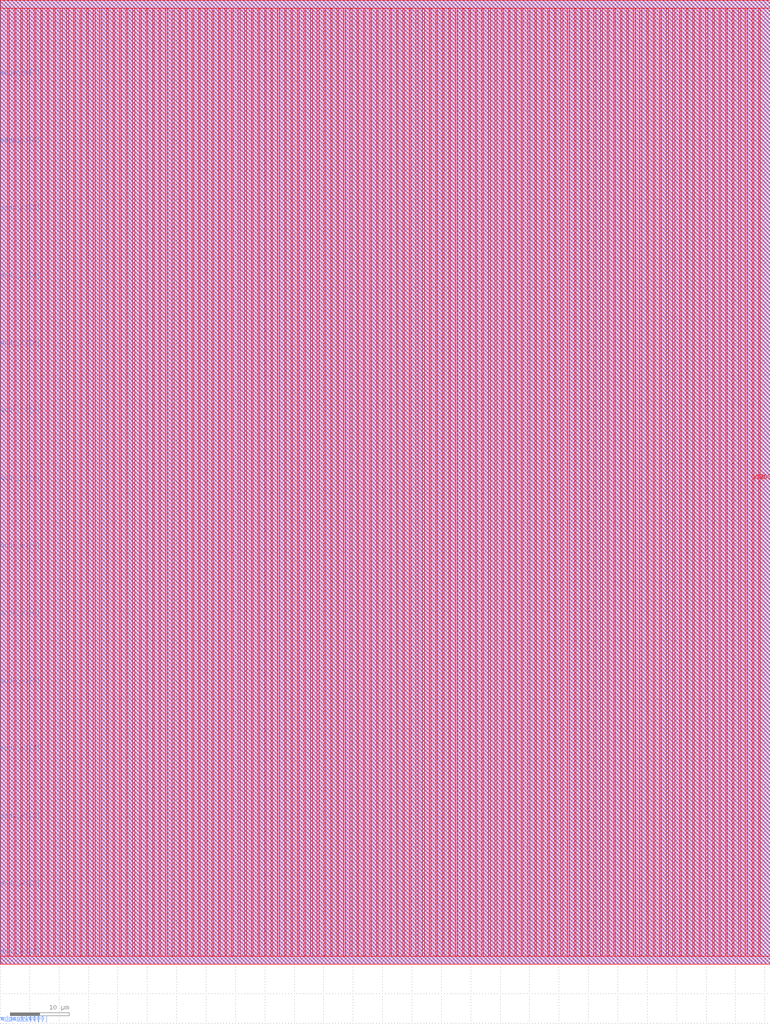
<source format=lef>
VERSION 5.7 ;
BUSBITCHARS "[]" ;
MACRO sram_1x256_1r1w
  FOREIGN sram_1x256_1r1w 0 0 ;
  SYMMETRY X Y R90 ;
  SIZE 130.910 BY 163.800 ;
  CLASS BLOCK ;
  PIN w_mask_w1[0]
    DIRECTION INPUT ;
    USE SIGNAL ;
    SHAPE ABUTMENT ;
    PORT
      LAYER metal3 ;
      RECT 0.000 -10.115 0.070 -10.045 ;
    END
  END w_mask_w1[0]
  PIN rd_out_r1[0]
    DIRECTION OUTPUT ;
    USE SIGNAL ;
    SHAPE ABUTMENT ;
    PORT
      LAYER metal3 ;
      RECT 0.000 -10.115 0.070 -10.045 ;
    END
  END rd_out_r1[0]
  PIN wd_in_w1[0]
    DIRECTION INPUT ;
    USE SIGNAL ;
    SHAPE ABUTMENT ;
    PORT
      LAYER metal3 ;
      RECT 0.000 -10.115 0.070 -10.045 ;
    END
  END wd_in_w1[0]
  PIN addr_w1[0]
    DIRECTION INPUT ;
    USE SIGNAL ;
    SHAPE ABUTMENT ;
    PORT
      LAYER metal3 ;
      RECT 0.000 -10.115 0.070 -10.045 ;
    END
  END addr_w1[0]
  PIN addr_w1[1]
    DIRECTION INPUT ;
    USE SIGNAL ;
    SHAPE ABUTMENT ;
    PORT
      LAYER metal3 ;
      RECT 0.000 1.365 0.070 1.435 ;
    END
  END addr_w1[1]
  PIN addr_w1[2]
    DIRECTION INPUT ;
    USE SIGNAL ;
    SHAPE ABUTMENT ;
    PORT
      LAYER metal3 ;
      RECT 0.000 12.845 0.070 12.915 ;
    END
  END addr_w1[2]
  PIN addr_w1[3]
    DIRECTION INPUT ;
    USE SIGNAL ;
    SHAPE ABUTMENT ;
    PORT
      LAYER metal3 ;
      RECT 0.000 24.325 0.070 24.395 ;
    END
  END addr_w1[3]
  PIN addr_w1[4]
    DIRECTION INPUT ;
    USE SIGNAL ;
    SHAPE ABUTMENT ;
    PORT
      LAYER metal3 ;
      RECT 0.000 35.805 0.070 35.875 ;
    END
  END addr_w1[4]
  PIN addr_w1[5]
    DIRECTION INPUT ;
    USE SIGNAL ;
    SHAPE ABUTMENT ;
    PORT
      LAYER metal3 ;
      RECT 0.000 47.285 0.070 47.355 ;
    END
  END addr_w1[5]
  PIN addr_w1[6]
    DIRECTION INPUT ;
    USE SIGNAL ;
    SHAPE ABUTMENT ;
    PORT
      LAYER metal3 ;
      RECT 0.000 58.765 0.070 58.835 ;
    END
  END addr_w1[6]
  PIN addr_w1[7]
    DIRECTION INPUT ;
    USE SIGNAL ;
    SHAPE ABUTMENT ;
    PORT
      LAYER metal3 ;
      RECT 0.000 70.245 0.070 70.315 ;
    END
  END addr_w1[7]
  PIN addr_r1[0]
    DIRECTION INPUT ;
    USE SIGNAL ;
    SHAPE ABUTMENT ;
    PORT
      LAYER metal3 ;
      RECT 0.000 70.245 0.070 70.315 ;
    END
  END addr_r1[0]
  PIN addr_r1[1]
    DIRECTION INPUT ;
    USE SIGNAL ;
    SHAPE ABUTMENT ;
    PORT
      LAYER metal3 ;
      RECT 0.000 81.725 0.070 81.795 ;
    END
  END addr_r1[1]
  PIN addr_r1[2]
    DIRECTION INPUT ;
    USE SIGNAL ;
    SHAPE ABUTMENT ;
    PORT
      LAYER metal3 ;
      RECT 0.000 93.205 0.070 93.275 ;
    END
  END addr_r1[2]
  PIN addr_r1[3]
    DIRECTION INPUT ;
    USE SIGNAL ;
    SHAPE ABUTMENT ;
    PORT
      LAYER metal3 ;
      RECT 0.000 104.685 0.070 104.755 ;
    END
  END addr_r1[3]
  PIN addr_r1[4]
    DIRECTION INPUT ;
    USE SIGNAL ;
    SHAPE ABUTMENT ;
    PORT
      LAYER metal3 ;
      RECT 0.000 116.165 0.070 116.235 ;
    END
  END addr_r1[4]
  PIN addr_r1[5]
    DIRECTION INPUT ;
    USE SIGNAL ;
    SHAPE ABUTMENT ;
    PORT
      LAYER metal3 ;
      RECT 0.000 127.645 0.070 127.715 ;
    END
  END addr_r1[5]
  PIN addr_r1[6]
    DIRECTION INPUT ;
    USE SIGNAL ;
    SHAPE ABUTMENT ;
    PORT
      LAYER metal3 ;
      RECT 0.000 139.125 0.070 139.195 ;
    END
  END addr_r1[6]
  PIN addr_r1[7]
    DIRECTION INPUT ;
    USE SIGNAL ;
    SHAPE ABUTMENT ;
    PORT
      LAYER metal3 ;
      RECT 0.000 150.605 0.070 150.675 ;
    END
  END addr_r1[7]
  PIN we_in_w1
    DIRECTION INPUT ;
    USE SIGNAL ;
    SHAPE ABUTMENT ;
    PORT
      LAYER metal3 ;
      RECT 0.000 150.605 0.070 150.675 ;
    END
  END we_in_w1
  PIN ce_w1
    DIRECTION INPUT ;
    USE SIGNAL ;
    SHAPE ABUTMENT ;
    PORT
      LAYER metal3 ;
      RECT 0.000 139.125 0.070 139.195 ;
    END
  END ce_w1
  PIN ce_r1
    DIRECTION INPUT ;
    USE SIGNAL ;
    SHAPE ABUTMENT ;
    PORT
      LAYER metal3 ;
      RECT 0.000 139.125 0.070 139.195 ;
    END
  END ce_r1
  PIN clk
    DIRECTION INPUT ;
    USE SIGNAL ;
    SHAPE ABUTMENT ;
    PORT
      LAYER metal3 ;
      RECT 0.000 139.125 0.070 139.195 ;
    END
  END clk
  PIN VSS
    DIRECTION INOUT ;
    USE GROUND ;
    PORT
      LAYER metal4 ;
      RECT 1.260 1.400 1.540 162.400 ;
      RECT 3.500 1.400 3.780 162.400 ;
      RECT 5.740 1.400 6.020 162.400 ;
      RECT 7.980 1.400 8.260 162.400 ;
      RECT 10.220 1.400 10.500 162.400 ;
      RECT 12.460 1.400 12.740 162.400 ;
      RECT 14.700 1.400 14.980 162.400 ;
      RECT 16.940 1.400 17.220 162.400 ;
      RECT 19.180 1.400 19.460 162.400 ;
      RECT 21.420 1.400 21.700 162.400 ;
      RECT 23.660 1.400 23.940 162.400 ;
      RECT 25.900 1.400 26.180 162.400 ;
      RECT 28.140 1.400 28.420 162.400 ;
      RECT 30.380 1.400 30.660 162.400 ;
      RECT 32.620 1.400 32.900 162.400 ;
      RECT 34.860 1.400 35.140 162.400 ;
      RECT 37.100 1.400 37.380 162.400 ;
      RECT 39.340 1.400 39.620 162.400 ;
      RECT 41.580 1.400 41.860 162.400 ;
      RECT 43.820 1.400 44.100 162.400 ;
      RECT 46.060 1.400 46.340 162.400 ;
      RECT 48.300 1.400 48.580 162.400 ;
      RECT 50.540 1.400 50.820 162.400 ;
      RECT 52.780 1.400 53.060 162.400 ;
      RECT 55.020 1.400 55.300 162.400 ;
      RECT 57.260 1.400 57.540 162.400 ;
      RECT 59.500 1.400 59.780 162.400 ;
      RECT 61.740 1.400 62.020 162.400 ;
      RECT 63.980 1.400 64.260 162.400 ;
      RECT 66.220 1.400 66.500 162.400 ;
      RECT 68.460 1.400 68.740 162.400 ;
      RECT 70.700 1.400 70.980 162.400 ;
      RECT 72.940 1.400 73.220 162.400 ;
      RECT 75.180 1.400 75.460 162.400 ;
      RECT 77.420 1.400 77.700 162.400 ;
      RECT 79.660 1.400 79.940 162.400 ;
      RECT 81.900 1.400 82.180 162.400 ;
      RECT 84.140 1.400 84.420 162.400 ;
      RECT 86.380 1.400 86.660 162.400 ;
      RECT 88.620 1.400 88.900 162.400 ;
      RECT 90.860 1.400 91.140 162.400 ;
      RECT 93.100 1.400 93.380 162.400 ;
      RECT 95.340 1.400 95.620 162.400 ;
      RECT 97.580 1.400 97.860 162.400 ;
      RECT 99.820 1.400 100.100 162.400 ;
      RECT 102.060 1.400 102.340 162.400 ;
      RECT 104.300 1.400 104.580 162.400 ;
      RECT 106.540 1.400 106.820 162.400 ;
      RECT 108.780 1.400 109.060 162.400 ;
      RECT 111.020 1.400 111.300 162.400 ;
      RECT 113.260 1.400 113.540 162.400 ;
      RECT 115.500 1.400 115.780 162.400 ;
      RECT 117.740 1.400 118.020 162.400 ;
      RECT 119.980 1.400 120.260 162.400 ;
      RECT 122.220 1.400 122.500 162.400 ;
      RECT 124.460 1.400 124.740 162.400 ;
      RECT 126.700 1.400 126.980 162.400 ;
      RECT 128.940 1.400 129.220 162.400 ;
    END
  END VSS
  PIN VDD
    DIRECTION INOUT ;
    USE POWER ;
    PORT
      LAYER metal4 ;
      RECT 2.380 1.400 2.660 162.400 ;
      RECT 4.620 1.400 4.900 162.400 ;
      RECT 6.860 1.400 7.140 162.400 ;
      RECT 9.100 1.400 9.380 162.400 ;
      RECT 11.340 1.400 11.620 162.400 ;
      RECT 13.580 1.400 13.860 162.400 ;
      RECT 15.820 1.400 16.100 162.400 ;
      RECT 18.060 1.400 18.340 162.400 ;
      RECT 20.300 1.400 20.580 162.400 ;
      RECT 22.540 1.400 22.820 162.400 ;
      RECT 24.780 1.400 25.060 162.400 ;
      RECT 27.020 1.400 27.300 162.400 ;
      RECT 29.260 1.400 29.540 162.400 ;
      RECT 31.500 1.400 31.780 162.400 ;
      RECT 33.740 1.400 34.020 162.400 ;
      RECT 35.980 1.400 36.260 162.400 ;
      RECT 38.220 1.400 38.500 162.400 ;
      RECT 40.460 1.400 40.740 162.400 ;
      RECT 42.700 1.400 42.980 162.400 ;
      RECT 44.940 1.400 45.220 162.400 ;
      RECT 47.180 1.400 47.460 162.400 ;
      RECT 49.420 1.400 49.700 162.400 ;
      RECT 51.660 1.400 51.940 162.400 ;
      RECT 53.900 1.400 54.180 162.400 ;
      RECT 56.140 1.400 56.420 162.400 ;
      RECT 58.380 1.400 58.660 162.400 ;
      RECT 60.620 1.400 60.900 162.400 ;
      RECT 62.860 1.400 63.140 162.400 ;
      RECT 65.100 1.400 65.380 162.400 ;
      RECT 67.340 1.400 67.620 162.400 ;
      RECT 69.580 1.400 69.860 162.400 ;
      RECT 71.820 1.400 72.100 162.400 ;
      RECT 74.060 1.400 74.340 162.400 ;
      RECT 76.300 1.400 76.580 162.400 ;
      RECT 78.540 1.400 78.820 162.400 ;
      RECT 80.780 1.400 81.060 162.400 ;
      RECT 83.020 1.400 83.300 162.400 ;
      RECT 85.260 1.400 85.540 162.400 ;
      RECT 87.500 1.400 87.780 162.400 ;
      RECT 89.740 1.400 90.020 162.400 ;
      RECT 91.980 1.400 92.260 162.400 ;
      RECT 94.220 1.400 94.500 162.400 ;
      RECT 96.460 1.400 96.740 162.400 ;
      RECT 98.700 1.400 98.980 162.400 ;
      RECT 100.940 1.400 101.220 162.400 ;
      RECT 103.180 1.400 103.460 162.400 ;
      RECT 105.420 1.400 105.700 162.400 ;
      RECT 107.660 1.400 107.940 162.400 ;
      RECT 109.900 1.400 110.180 162.400 ;
      RECT 112.140 1.400 112.420 162.400 ;
      RECT 114.380 1.400 114.660 162.400 ;
      RECT 116.620 1.400 116.900 162.400 ;
      RECT 118.860 1.400 119.140 162.400 ;
      RECT 121.100 1.400 121.380 162.400 ;
      RECT 123.340 1.400 123.620 162.400 ;
      RECT 125.580 1.400 125.860 162.400 ;
      RECT 127.820 1.400 128.100 162.400 ;
    END
  END VDD
  OBS
    LAYER metal1 ;
    RECT 0 0 130.910 163.800 ;
    LAYER metal2 ;
    RECT 0 0 130.910 163.800 ;
    LAYER metal3 ;
    RECT 0.070 0 130.910 163.800 ;
    RECT 0 0.000 0.070 1.365 ;
    RECT 0 1.435 0.070 1.365 ;
    RECT 0 1.435 0.070 1.365 ;
    RECT 0 1.435 0.070 1.365 ;
    RECT 0 1.435 0.070 12.845 ;
    RECT 0 12.915 0.070 24.325 ;
    RECT 0 24.395 0.070 35.805 ;
    RECT 0 35.875 0.070 47.285 ;
    RECT 0 47.355 0.070 58.765 ;
    RECT 0 58.835 0.070 70.245 ;
    RECT 0 70.315 0.070 81.725 ;
    RECT 0 81.795 0.070 81.725 ;
    RECT 0 81.795 0.070 93.205 ;
    RECT 0 93.275 0.070 104.685 ;
    RECT 0 104.755 0.070 163.800 ;
    LAYER metal4 ;
    RECT 0 0 130.910 1.400 ;
    RECT 0 162.400 130.910 163.800 ;
    RECT 0.000 1.400 1.260 162.400 ;
    RECT 1.540 1.400 2.380 162.400 ;
    RECT 2.660 1.400 3.500 162.400 ;
    RECT 3.780 1.400 4.620 162.400 ;
    RECT 4.900 1.400 5.740 162.400 ;
    RECT 6.020 1.400 6.860 162.400 ;
    RECT 7.140 1.400 7.980 162.400 ;
    RECT 8.260 1.400 9.100 162.400 ;
    RECT 9.380 1.400 10.220 162.400 ;
    RECT 10.500 1.400 11.340 162.400 ;
    RECT 11.620 1.400 12.460 162.400 ;
    RECT 12.740 1.400 13.580 162.400 ;
    RECT 13.860 1.400 14.700 162.400 ;
    RECT 14.980 1.400 15.820 162.400 ;
    RECT 16.100 1.400 16.940 162.400 ;
    RECT 17.220 1.400 18.060 162.400 ;
    RECT 18.340 1.400 19.180 162.400 ;
    RECT 19.460 1.400 20.300 162.400 ;
    RECT 20.580 1.400 21.420 162.400 ;
    RECT 21.700 1.400 22.540 162.400 ;
    RECT 22.820 1.400 23.660 162.400 ;
    RECT 23.940 1.400 24.780 162.400 ;
    RECT 25.060 1.400 25.900 162.400 ;
    RECT 26.180 1.400 27.020 162.400 ;
    RECT 27.300 1.400 28.140 162.400 ;
    RECT 28.420 1.400 29.260 162.400 ;
    RECT 29.540 1.400 30.380 162.400 ;
    RECT 30.660 1.400 31.500 162.400 ;
    RECT 31.780 1.400 32.620 162.400 ;
    RECT 32.900 1.400 33.740 162.400 ;
    RECT 34.020 1.400 34.860 162.400 ;
    RECT 35.140 1.400 35.980 162.400 ;
    RECT 36.260 1.400 37.100 162.400 ;
    RECT 37.380 1.400 38.220 162.400 ;
    RECT 38.500 1.400 39.340 162.400 ;
    RECT 39.620 1.400 40.460 162.400 ;
    RECT 40.740 1.400 41.580 162.400 ;
    RECT 41.860 1.400 42.700 162.400 ;
    RECT 42.980 1.400 43.820 162.400 ;
    RECT 44.100 1.400 44.940 162.400 ;
    RECT 45.220 1.400 46.060 162.400 ;
    RECT 46.340 1.400 47.180 162.400 ;
    RECT 47.460 1.400 48.300 162.400 ;
    RECT 48.580 1.400 49.420 162.400 ;
    RECT 49.700 1.400 50.540 162.400 ;
    RECT 50.820 1.400 51.660 162.400 ;
    RECT 51.940 1.400 52.780 162.400 ;
    RECT 53.060 1.400 53.900 162.400 ;
    RECT 54.180 1.400 55.020 162.400 ;
    RECT 55.300 1.400 56.140 162.400 ;
    RECT 56.420 1.400 57.260 162.400 ;
    RECT 57.540 1.400 58.380 162.400 ;
    RECT 58.660 1.400 59.500 162.400 ;
    RECT 59.780 1.400 60.620 162.400 ;
    RECT 60.900 1.400 61.740 162.400 ;
    RECT 62.020 1.400 62.860 162.400 ;
    RECT 63.140 1.400 63.980 162.400 ;
    RECT 64.260 1.400 65.100 162.400 ;
    RECT 65.380 1.400 66.220 162.400 ;
    RECT 66.500 1.400 67.340 162.400 ;
    RECT 67.620 1.400 68.460 162.400 ;
    RECT 68.740 1.400 69.580 162.400 ;
    RECT 69.860 1.400 70.700 162.400 ;
    RECT 70.980 1.400 71.820 162.400 ;
    RECT 72.100 1.400 72.940 162.400 ;
    RECT 73.220 1.400 74.060 162.400 ;
    RECT 74.340 1.400 75.180 162.400 ;
    RECT 75.460 1.400 76.300 162.400 ;
    RECT 76.580 1.400 77.420 162.400 ;
    RECT 77.700 1.400 78.540 162.400 ;
    RECT 78.820 1.400 79.660 162.400 ;
    RECT 79.940 1.400 80.780 162.400 ;
    RECT 81.060 1.400 81.900 162.400 ;
    RECT 82.180 1.400 83.020 162.400 ;
    RECT 83.300 1.400 84.140 162.400 ;
    RECT 84.420 1.400 85.260 162.400 ;
    RECT 85.540 1.400 86.380 162.400 ;
    RECT 86.660 1.400 87.500 162.400 ;
    RECT 87.780 1.400 88.620 162.400 ;
    RECT 88.900 1.400 89.740 162.400 ;
    RECT 90.020 1.400 90.860 162.400 ;
    RECT 91.140 1.400 91.980 162.400 ;
    RECT 92.260 1.400 93.100 162.400 ;
    RECT 93.380 1.400 94.220 162.400 ;
    RECT 94.500 1.400 95.340 162.400 ;
    RECT 95.620 1.400 96.460 162.400 ;
    RECT 96.740 1.400 97.580 162.400 ;
    RECT 97.860 1.400 98.700 162.400 ;
    RECT 98.980 1.400 99.820 162.400 ;
    RECT 100.100 1.400 100.940 162.400 ;
    RECT 101.220 1.400 102.060 162.400 ;
    RECT 102.340 1.400 103.180 162.400 ;
    RECT 103.460 1.400 104.300 162.400 ;
    RECT 104.580 1.400 105.420 162.400 ;
    RECT 105.700 1.400 106.540 162.400 ;
    RECT 106.820 1.400 107.660 162.400 ;
    RECT 107.940 1.400 108.780 162.400 ;
    RECT 109.060 1.400 109.900 162.400 ;
    RECT 110.180 1.400 111.020 162.400 ;
    RECT 111.300 1.400 112.140 162.400 ;
    RECT 112.420 1.400 113.260 162.400 ;
    RECT 113.540 1.400 114.380 162.400 ;
    RECT 114.660 1.400 115.500 162.400 ;
    RECT 115.780 1.400 116.620 162.400 ;
    RECT 116.900 1.400 117.740 162.400 ;
    RECT 118.020 1.400 118.860 162.400 ;
    RECT 119.140 1.400 119.980 162.400 ;
    RECT 120.260 1.400 121.100 162.400 ;
    RECT 121.380 1.400 122.220 162.400 ;
    RECT 122.500 1.400 123.340 162.400 ;
    RECT 123.620 1.400 124.460 162.400 ;
    RECT 124.740 1.400 125.580 162.400 ;
    RECT 125.860 1.400 126.700 162.400 ;
    RECT 126.980 1.400 127.820 162.400 ;
    RECT 128.100 1.400 128.940 162.400 ;
    RECT 129.220 1.400 130.910 162.400 ;
    LAYER OVERLAP ;
    RECT 0 0 130.910 163.800 ;
  END
END sram_1x256_1r1w

END LIBRARY

</source>
